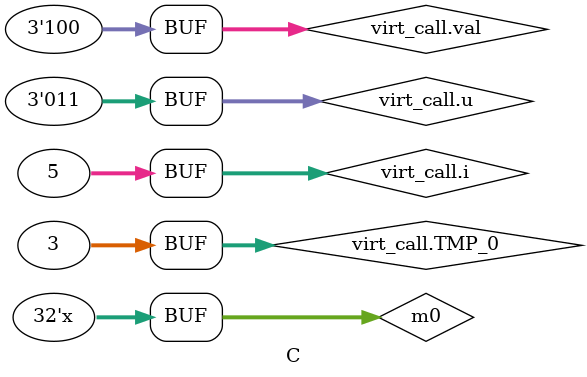
<source format=sv>

module B_top // "b_mod"
(
);


//------------------------------------------------------------------------------

C c_mod
(

);

endmodule



//==============================================================================
//
// Module: C (test_virtual1.cpp:75:5)
//
module C // "b_mod.c_mod"
(
);

// SystemC signals

//------------------------------------------------------------------------------
// Method process: virt_call (test_virtual1.cpp:38:5) 

// Process-local variables
logic signed [31:0] m0;

always_comb 
begin : virt_call     // test_virtual1.cpp:38:5
    logic [2:0] u;
    integer TMP_0;
    logic [2:0] val;
    integer i;
    u = 3;
    val = u + 1;
    // Call d() begin
    m0++;
    TMP_0 = val - 1;
    // Call d() end
    // Call f() begin
    m0--;
    // Call f() end
    i = 5;
    // Call f() begin
    m0 = m0 - i;
    // Call f() end
end

endmodule



</source>
